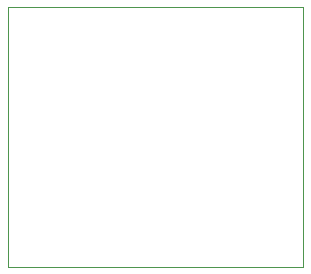
<source format=gbr>
%TF.GenerationSoftware,KiCad,Pcbnew,(5.1.8-0-10_14)*%
%TF.CreationDate,2020-12-07T18:30:00+01:00*%
%TF.ProjectId,cao,63616f2e-6b69-4636-9164-5f7063625858,rev?*%
%TF.SameCoordinates,Original*%
%TF.FileFunction,Profile,NP*%
%FSLAX46Y46*%
G04 Gerber Fmt 4.6, Leading zero omitted, Abs format (unit mm)*
G04 Created by KiCad (PCBNEW (5.1.8-0-10_14)) date 2020-12-07 18:30:00*
%MOMM*%
%LPD*%
G01*
G04 APERTURE LIST*
%TA.AperFunction,Profile*%
%ADD10C,0.100000*%
%TD*%
G04 APERTURE END LIST*
D10*
X121000000Y-96000000D02*
X121000000Y-74000000D01*
X146000000Y-96000000D02*
X121000000Y-96000000D01*
X146000000Y-74000000D02*
X146000000Y-96000000D01*
X121000000Y-74000000D02*
X146000000Y-74000000D01*
M02*

</source>
